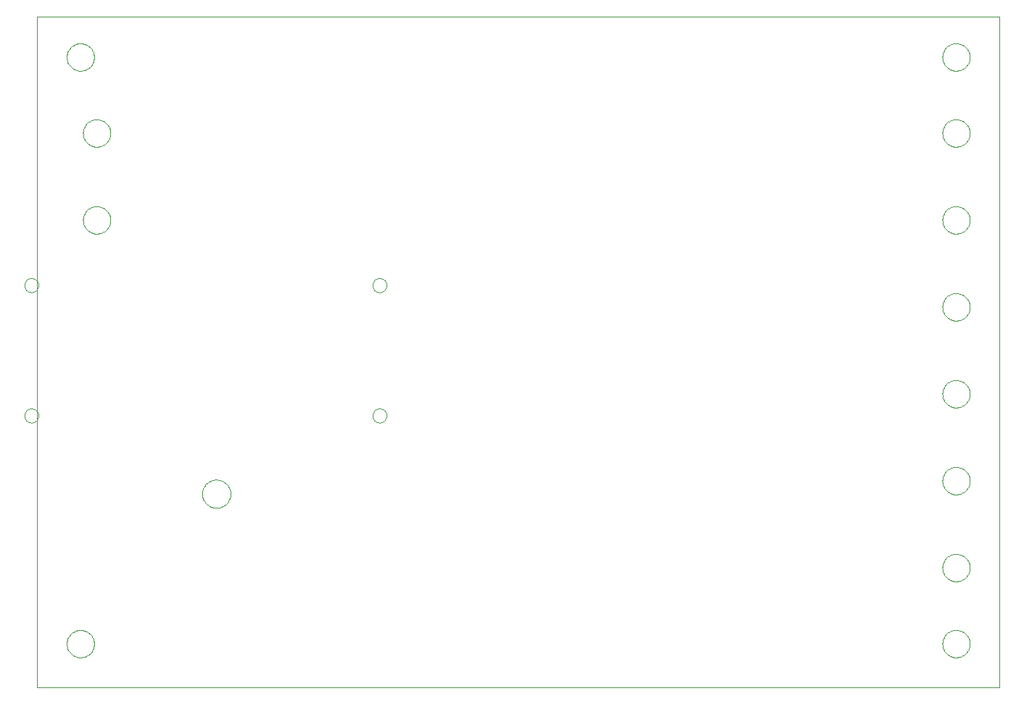
<source format=gko>
G75*
%MOIN*%
%OFA0B0*%
%FSLAX24Y24*%
%IPPOS*%
%LPD*%
%AMOC8*
5,1,8,0,0,1.08239X$1,22.5*
%
%ADD10C,0.0000*%
D10*
X002250Y000220D02*
X002250Y031090D01*
X046492Y031090D01*
X046492Y000220D01*
X002250Y000220D01*
X003620Y002220D02*
X003622Y002270D01*
X003628Y002320D01*
X003638Y002369D01*
X003652Y002417D01*
X003669Y002464D01*
X003690Y002509D01*
X003715Y002553D01*
X003743Y002594D01*
X003775Y002633D01*
X003809Y002670D01*
X003846Y002704D01*
X003886Y002734D01*
X003928Y002761D01*
X003972Y002785D01*
X004018Y002806D01*
X004065Y002822D01*
X004113Y002835D01*
X004163Y002844D01*
X004212Y002849D01*
X004263Y002850D01*
X004313Y002847D01*
X004362Y002840D01*
X004411Y002829D01*
X004459Y002814D01*
X004505Y002796D01*
X004550Y002774D01*
X004593Y002748D01*
X004634Y002719D01*
X004673Y002687D01*
X004709Y002652D01*
X004741Y002614D01*
X004771Y002574D01*
X004798Y002531D01*
X004821Y002487D01*
X004840Y002441D01*
X004856Y002393D01*
X004868Y002344D01*
X004876Y002295D01*
X004880Y002245D01*
X004880Y002195D01*
X004876Y002145D01*
X004868Y002096D01*
X004856Y002047D01*
X004840Y001999D01*
X004821Y001953D01*
X004798Y001909D01*
X004771Y001866D01*
X004741Y001826D01*
X004709Y001788D01*
X004673Y001753D01*
X004634Y001721D01*
X004593Y001692D01*
X004550Y001666D01*
X004505Y001644D01*
X004459Y001626D01*
X004411Y001611D01*
X004362Y001600D01*
X004313Y001593D01*
X004263Y001590D01*
X004212Y001591D01*
X004163Y001596D01*
X004113Y001605D01*
X004065Y001618D01*
X004018Y001634D01*
X003972Y001655D01*
X003928Y001679D01*
X003886Y001706D01*
X003846Y001736D01*
X003809Y001770D01*
X003775Y001807D01*
X003743Y001846D01*
X003715Y001887D01*
X003690Y001931D01*
X003669Y001976D01*
X003652Y002023D01*
X003638Y002071D01*
X003628Y002120D01*
X003622Y002170D01*
X003620Y002220D01*
X009850Y009120D02*
X009852Y009170D01*
X009858Y009220D01*
X009868Y009270D01*
X009881Y009318D01*
X009898Y009366D01*
X009919Y009412D01*
X009943Y009456D01*
X009971Y009498D01*
X010002Y009538D01*
X010036Y009575D01*
X010073Y009610D01*
X010112Y009641D01*
X010153Y009670D01*
X010197Y009695D01*
X010243Y009717D01*
X010290Y009735D01*
X010338Y009749D01*
X010387Y009760D01*
X010437Y009767D01*
X010487Y009770D01*
X010538Y009769D01*
X010588Y009764D01*
X010638Y009755D01*
X010686Y009743D01*
X010734Y009726D01*
X010780Y009706D01*
X010825Y009683D01*
X010868Y009656D01*
X010908Y009626D01*
X010946Y009593D01*
X010981Y009557D01*
X011014Y009518D01*
X011043Y009477D01*
X011069Y009434D01*
X011092Y009389D01*
X011111Y009342D01*
X011126Y009294D01*
X011138Y009245D01*
X011146Y009195D01*
X011150Y009145D01*
X011150Y009095D01*
X011146Y009045D01*
X011138Y008995D01*
X011126Y008946D01*
X011111Y008898D01*
X011092Y008851D01*
X011069Y008806D01*
X011043Y008763D01*
X011014Y008722D01*
X010981Y008683D01*
X010946Y008647D01*
X010908Y008614D01*
X010868Y008584D01*
X010825Y008557D01*
X010780Y008534D01*
X010734Y008514D01*
X010686Y008497D01*
X010638Y008485D01*
X010588Y008476D01*
X010538Y008471D01*
X010487Y008470D01*
X010437Y008473D01*
X010387Y008480D01*
X010338Y008491D01*
X010290Y008505D01*
X010243Y008523D01*
X010197Y008545D01*
X010153Y008570D01*
X010112Y008599D01*
X010073Y008630D01*
X010036Y008665D01*
X010002Y008702D01*
X009971Y008742D01*
X009943Y008784D01*
X009919Y008828D01*
X009898Y008874D01*
X009881Y008922D01*
X009868Y008970D01*
X009858Y009020D01*
X009852Y009070D01*
X009850Y009120D01*
X001675Y012720D02*
X001677Y012756D01*
X001683Y012791D01*
X001693Y012826D01*
X001706Y012859D01*
X001723Y012890D01*
X001744Y012920D01*
X001767Y012947D01*
X001793Y012971D01*
X001822Y012992D01*
X001853Y013010D01*
X001886Y013024D01*
X001920Y013035D01*
X001955Y013042D01*
X001991Y013045D01*
X002027Y013044D01*
X002062Y013039D01*
X002097Y013030D01*
X002131Y013018D01*
X002162Y013001D01*
X002192Y012982D01*
X002220Y012959D01*
X002245Y012933D01*
X002267Y012905D01*
X002286Y012875D01*
X002301Y012842D01*
X002313Y012808D01*
X002321Y012773D01*
X002325Y012738D01*
X002325Y012702D01*
X002321Y012667D01*
X002313Y012632D01*
X002301Y012598D01*
X002286Y012565D01*
X002267Y012535D01*
X002245Y012507D01*
X002220Y012481D01*
X002192Y012458D01*
X002163Y012439D01*
X002131Y012422D01*
X002097Y012410D01*
X002062Y012401D01*
X002027Y012396D01*
X001991Y012395D01*
X001955Y012398D01*
X001920Y012405D01*
X001886Y012416D01*
X001853Y012430D01*
X001822Y012448D01*
X001793Y012469D01*
X001767Y012493D01*
X001744Y012520D01*
X001723Y012550D01*
X001706Y012581D01*
X001693Y012614D01*
X001683Y012649D01*
X001677Y012684D01*
X001675Y012720D01*
X001675Y018720D02*
X001677Y018756D01*
X001683Y018791D01*
X001693Y018826D01*
X001706Y018859D01*
X001723Y018890D01*
X001744Y018920D01*
X001767Y018947D01*
X001793Y018971D01*
X001822Y018992D01*
X001853Y019010D01*
X001886Y019024D01*
X001920Y019035D01*
X001955Y019042D01*
X001991Y019045D01*
X002027Y019044D01*
X002062Y019039D01*
X002097Y019030D01*
X002131Y019018D01*
X002162Y019001D01*
X002192Y018982D01*
X002220Y018959D01*
X002245Y018933D01*
X002267Y018905D01*
X002286Y018875D01*
X002301Y018842D01*
X002313Y018808D01*
X002321Y018773D01*
X002325Y018738D01*
X002325Y018702D01*
X002321Y018667D01*
X002313Y018632D01*
X002301Y018598D01*
X002286Y018565D01*
X002267Y018535D01*
X002245Y018507D01*
X002220Y018481D01*
X002192Y018458D01*
X002163Y018439D01*
X002131Y018422D01*
X002097Y018410D01*
X002062Y018401D01*
X002027Y018396D01*
X001991Y018395D01*
X001955Y018398D01*
X001920Y018405D01*
X001886Y018416D01*
X001853Y018430D01*
X001822Y018448D01*
X001793Y018469D01*
X001767Y018493D01*
X001744Y018520D01*
X001723Y018550D01*
X001706Y018581D01*
X001693Y018614D01*
X001683Y018649D01*
X001677Y018684D01*
X001675Y018720D01*
X004370Y021720D02*
X004372Y021770D01*
X004378Y021820D01*
X004388Y021869D01*
X004402Y021917D01*
X004419Y021964D01*
X004440Y022009D01*
X004465Y022053D01*
X004493Y022094D01*
X004525Y022133D01*
X004559Y022170D01*
X004596Y022204D01*
X004636Y022234D01*
X004678Y022261D01*
X004722Y022285D01*
X004768Y022306D01*
X004815Y022322D01*
X004863Y022335D01*
X004913Y022344D01*
X004962Y022349D01*
X005013Y022350D01*
X005063Y022347D01*
X005112Y022340D01*
X005161Y022329D01*
X005209Y022314D01*
X005255Y022296D01*
X005300Y022274D01*
X005343Y022248D01*
X005384Y022219D01*
X005423Y022187D01*
X005459Y022152D01*
X005491Y022114D01*
X005521Y022074D01*
X005548Y022031D01*
X005571Y021987D01*
X005590Y021941D01*
X005606Y021893D01*
X005618Y021844D01*
X005626Y021795D01*
X005630Y021745D01*
X005630Y021695D01*
X005626Y021645D01*
X005618Y021596D01*
X005606Y021547D01*
X005590Y021499D01*
X005571Y021453D01*
X005548Y021409D01*
X005521Y021366D01*
X005491Y021326D01*
X005459Y021288D01*
X005423Y021253D01*
X005384Y021221D01*
X005343Y021192D01*
X005300Y021166D01*
X005255Y021144D01*
X005209Y021126D01*
X005161Y021111D01*
X005112Y021100D01*
X005063Y021093D01*
X005013Y021090D01*
X004962Y021091D01*
X004913Y021096D01*
X004863Y021105D01*
X004815Y021118D01*
X004768Y021134D01*
X004722Y021155D01*
X004678Y021179D01*
X004636Y021206D01*
X004596Y021236D01*
X004559Y021270D01*
X004525Y021307D01*
X004493Y021346D01*
X004465Y021387D01*
X004440Y021431D01*
X004419Y021476D01*
X004402Y021523D01*
X004388Y021571D01*
X004378Y021620D01*
X004372Y021670D01*
X004370Y021720D01*
X004370Y025720D02*
X004372Y025770D01*
X004378Y025820D01*
X004388Y025869D01*
X004402Y025917D01*
X004419Y025964D01*
X004440Y026009D01*
X004465Y026053D01*
X004493Y026094D01*
X004525Y026133D01*
X004559Y026170D01*
X004596Y026204D01*
X004636Y026234D01*
X004678Y026261D01*
X004722Y026285D01*
X004768Y026306D01*
X004815Y026322D01*
X004863Y026335D01*
X004913Y026344D01*
X004962Y026349D01*
X005013Y026350D01*
X005063Y026347D01*
X005112Y026340D01*
X005161Y026329D01*
X005209Y026314D01*
X005255Y026296D01*
X005300Y026274D01*
X005343Y026248D01*
X005384Y026219D01*
X005423Y026187D01*
X005459Y026152D01*
X005491Y026114D01*
X005521Y026074D01*
X005548Y026031D01*
X005571Y025987D01*
X005590Y025941D01*
X005606Y025893D01*
X005618Y025844D01*
X005626Y025795D01*
X005630Y025745D01*
X005630Y025695D01*
X005626Y025645D01*
X005618Y025596D01*
X005606Y025547D01*
X005590Y025499D01*
X005571Y025453D01*
X005548Y025409D01*
X005521Y025366D01*
X005491Y025326D01*
X005459Y025288D01*
X005423Y025253D01*
X005384Y025221D01*
X005343Y025192D01*
X005300Y025166D01*
X005255Y025144D01*
X005209Y025126D01*
X005161Y025111D01*
X005112Y025100D01*
X005063Y025093D01*
X005013Y025090D01*
X004962Y025091D01*
X004913Y025096D01*
X004863Y025105D01*
X004815Y025118D01*
X004768Y025134D01*
X004722Y025155D01*
X004678Y025179D01*
X004636Y025206D01*
X004596Y025236D01*
X004559Y025270D01*
X004525Y025307D01*
X004493Y025346D01*
X004465Y025387D01*
X004440Y025431D01*
X004419Y025476D01*
X004402Y025523D01*
X004388Y025571D01*
X004378Y025620D01*
X004372Y025670D01*
X004370Y025720D01*
X003620Y029220D02*
X003622Y029270D01*
X003628Y029320D01*
X003638Y029369D01*
X003652Y029417D01*
X003669Y029464D01*
X003690Y029509D01*
X003715Y029553D01*
X003743Y029594D01*
X003775Y029633D01*
X003809Y029670D01*
X003846Y029704D01*
X003886Y029734D01*
X003928Y029761D01*
X003972Y029785D01*
X004018Y029806D01*
X004065Y029822D01*
X004113Y029835D01*
X004163Y029844D01*
X004212Y029849D01*
X004263Y029850D01*
X004313Y029847D01*
X004362Y029840D01*
X004411Y029829D01*
X004459Y029814D01*
X004505Y029796D01*
X004550Y029774D01*
X004593Y029748D01*
X004634Y029719D01*
X004673Y029687D01*
X004709Y029652D01*
X004741Y029614D01*
X004771Y029574D01*
X004798Y029531D01*
X004821Y029487D01*
X004840Y029441D01*
X004856Y029393D01*
X004868Y029344D01*
X004876Y029295D01*
X004880Y029245D01*
X004880Y029195D01*
X004876Y029145D01*
X004868Y029096D01*
X004856Y029047D01*
X004840Y028999D01*
X004821Y028953D01*
X004798Y028909D01*
X004771Y028866D01*
X004741Y028826D01*
X004709Y028788D01*
X004673Y028753D01*
X004634Y028721D01*
X004593Y028692D01*
X004550Y028666D01*
X004505Y028644D01*
X004459Y028626D01*
X004411Y028611D01*
X004362Y028600D01*
X004313Y028593D01*
X004263Y028590D01*
X004212Y028591D01*
X004163Y028596D01*
X004113Y028605D01*
X004065Y028618D01*
X004018Y028634D01*
X003972Y028655D01*
X003928Y028679D01*
X003886Y028706D01*
X003846Y028736D01*
X003809Y028770D01*
X003775Y028807D01*
X003743Y028846D01*
X003715Y028887D01*
X003690Y028931D01*
X003669Y028976D01*
X003652Y029023D01*
X003638Y029071D01*
X003628Y029120D01*
X003622Y029170D01*
X003620Y029220D01*
X017675Y018720D02*
X017677Y018756D01*
X017683Y018791D01*
X017693Y018826D01*
X017706Y018859D01*
X017723Y018890D01*
X017744Y018920D01*
X017767Y018947D01*
X017793Y018971D01*
X017822Y018992D01*
X017853Y019010D01*
X017886Y019024D01*
X017920Y019035D01*
X017955Y019042D01*
X017991Y019045D01*
X018027Y019044D01*
X018062Y019039D01*
X018097Y019030D01*
X018131Y019018D01*
X018162Y019001D01*
X018192Y018982D01*
X018220Y018959D01*
X018245Y018933D01*
X018267Y018905D01*
X018286Y018875D01*
X018301Y018842D01*
X018313Y018808D01*
X018321Y018773D01*
X018325Y018738D01*
X018325Y018702D01*
X018321Y018667D01*
X018313Y018632D01*
X018301Y018598D01*
X018286Y018565D01*
X018267Y018535D01*
X018245Y018507D01*
X018220Y018481D01*
X018192Y018458D01*
X018163Y018439D01*
X018131Y018422D01*
X018097Y018410D01*
X018062Y018401D01*
X018027Y018396D01*
X017991Y018395D01*
X017955Y018398D01*
X017920Y018405D01*
X017886Y018416D01*
X017853Y018430D01*
X017822Y018448D01*
X017793Y018469D01*
X017767Y018493D01*
X017744Y018520D01*
X017723Y018550D01*
X017706Y018581D01*
X017693Y018614D01*
X017683Y018649D01*
X017677Y018684D01*
X017675Y018720D01*
X017675Y012720D02*
X017677Y012756D01*
X017683Y012791D01*
X017693Y012826D01*
X017706Y012859D01*
X017723Y012890D01*
X017744Y012920D01*
X017767Y012947D01*
X017793Y012971D01*
X017822Y012992D01*
X017853Y013010D01*
X017886Y013024D01*
X017920Y013035D01*
X017955Y013042D01*
X017991Y013045D01*
X018027Y013044D01*
X018062Y013039D01*
X018097Y013030D01*
X018131Y013018D01*
X018162Y013001D01*
X018192Y012982D01*
X018220Y012959D01*
X018245Y012933D01*
X018267Y012905D01*
X018286Y012875D01*
X018301Y012842D01*
X018313Y012808D01*
X018321Y012773D01*
X018325Y012738D01*
X018325Y012702D01*
X018321Y012667D01*
X018313Y012632D01*
X018301Y012598D01*
X018286Y012565D01*
X018267Y012535D01*
X018245Y012507D01*
X018220Y012481D01*
X018192Y012458D01*
X018163Y012439D01*
X018131Y012422D01*
X018097Y012410D01*
X018062Y012401D01*
X018027Y012396D01*
X017991Y012395D01*
X017955Y012398D01*
X017920Y012405D01*
X017886Y012416D01*
X017853Y012430D01*
X017822Y012448D01*
X017793Y012469D01*
X017767Y012493D01*
X017744Y012520D01*
X017723Y012550D01*
X017706Y012581D01*
X017693Y012614D01*
X017683Y012649D01*
X017677Y012684D01*
X017675Y012720D01*
X043870Y013720D02*
X043872Y013770D01*
X043878Y013820D01*
X043888Y013869D01*
X043902Y013917D01*
X043919Y013964D01*
X043940Y014009D01*
X043965Y014053D01*
X043993Y014094D01*
X044025Y014133D01*
X044059Y014170D01*
X044096Y014204D01*
X044136Y014234D01*
X044178Y014261D01*
X044222Y014285D01*
X044268Y014306D01*
X044315Y014322D01*
X044363Y014335D01*
X044413Y014344D01*
X044462Y014349D01*
X044513Y014350D01*
X044563Y014347D01*
X044612Y014340D01*
X044661Y014329D01*
X044709Y014314D01*
X044755Y014296D01*
X044800Y014274D01*
X044843Y014248D01*
X044884Y014219D01*
X044923Y014187D01*
X044959Y014152D01*
X044991Y014114D01*
X045021Y014074D01*
X045048Y014031D01*
X045071Y013987D01*
X045090Y013941D01*
X045106Y013893D01*
X045118Y013844D01*
X045126Y013795D01*
X045130Y013745D01*
X045130Y013695D01*
X045126Y013645D01*
X045118Y013596D01*
X045106Y013547D01*
X045090Y013499D01*
X045071Y013453D01*
X045048Y013409D01*
X045021Y013366D01*
X044991Y013326D01*
X044959Y013288D01*
X044923Y013253D01*
X044884Y013221D01*
X044843Y013192D01*
X044800Y013166D01*
X044755Y013144D01*
X044709Y013126D01*
X044661Y013111D01*
X044612Y013100D01*
X044563Y013093D01*
X044513Y013090D01*
X044462Y013091D01*
X044413Y013096D01*
X044363Y013105D01*
X044315Y013118D01*
X044268Y013134D01*
X044222Y013155D01*
X044178Y013179D01*
X044136Y013206D01*
X044096Y013236D01*
X044059Y013270D01*
X044025Y013307D01*
X043993Y013346D01*
X043965Y013387D01*
X043940Y013431D01*
X043919Y013476D01*
X043902Y013523D01*
X043888Y013571D01*
X043878Y013620D01*
X043872Y013670D01*
X043870Y013720D01*
X043870Y009720D02*
X043872Y009770D01*
X043878Y009820D01*
X043888Y009869D01*
X043902Y009917D01*
X043919Y009964D01*
X043940Y010009D01*
X043965Y010053D01*
X043993Y010094D01*
X044025Y010133D01*
X044059Y010170D01*
X044096Y010204D01*
X044136Y010234D01*
X044178Y010261D01*
X044222Y010285D01*
X044268Y010306D01*
X044315Y010322D01*
X044363Y010335D01*
X044413Y010344D01*
X044462Y010349D01*
X044513Y010350D01*
X044563Y010347D01*
X044612Y010340D01*
X044661Y010329D01*
X044709Y010314D01*
X044755Y010296D01*
X044800Y010274D01*
X044843Y010248D01*
X044884Y010219D01*
X044923Y010187D01*
X044959Y010152D01*
X044991Y010114D01*
X045021Y010074D01*
X045048Y010031D01*
X045071Y009987D01*
X045090Y009941D01*
X045106Y009893D01*
X045118Y009844D01*
X045126Y009795D01*
X045130Y009745D01*
X045130Y009695D01*
X045126Y009645D01*
X045118Y009596D01*
X045106Y009547D01*
X045090Y009499D01*
X045071Y009453D01*
X045048Y009409D01*
X045021Y009366D01*
X044991Y009326D01*
X044959Y009288D01*
X044923Y009253D01*
X044884Y009221D01*
X044843Y009192D01*
X044800Y009166D01*
X044755Y009144D01*
X044709Y009126D01*
X044661Y009111D01*
X044612Y009100D01*
X044563Y009093D01*
X044513Y009090D01*
X044462Y009091D01*
X044413Y009096D01*
X044363Y009105D01*
X044315Y009118D01*
X044268Y009134D01*
X044222Y009155D01*
X044178Y009179D01*
X044136Y009206D01*
X044096Y009236D01*
X044059Y009270D01*
X044025Y009307D01*
X043993Y009346D01*
X043965Y009387D01*
X043940Y009431D01*
X043919Y009476D01*
X043902Y009523D01*
X043888Y009571D01*
X043878Y009620D01*
X043872Y009670D01*
X043870Y009720D01*
X043870Y005720D02*
X043872Y005770D01*
X043878Y005820D01*
X043888Y005869D01*
X043902Y005917D01*
X043919Y005964D01*
X043940Y006009D01*
X043965Y006053D01*
X043993Y006094D01*
X044025Y006133D01*
X044059Y006170D01*
X044096Y006204D01*
X044136Y006234D01*
X044178Y006261D01*
X044222Y006285D01*
X044268Y006306D01*
X044315Y006322D01*
X044363Y006335D01*
X044413Y006344D01*
X044462Y006349D01*
X044513Y006350D01*
X044563Y006347D01*
X044612Y006340D01*
X044661Y006329D01*
X044709Y006314D01*
X044755Y006296D01*
X044800Y006274D01*
X044843Y006248D01*
X044884Y006219D01*
X044923Y006187D01*
X044959Y006152D01*
X044991Y006114D01*
X045021Y006074D01*
X045048Y006031D01*
X045071Y005987D01*
X045090Y005941D01*
X045106Y005893D01*
X045118Y005844D01*
X045126Y005795D01*
X045130Y005745D01*
X045130Y005695D01*
X045126Y005645D01*
X045118Y005596D01*
X045106Y005547D01*
X045090Y005499D01*
X045071Y005453D01*
X045048Y005409D01*
X045021Y005366D01*
X044991Y005326D01*
X044959Y005288D01*
X044923Y005253D01*
X044884Y005221D01*
X044843Y005192D01*
X044800Y005166D01*
X044755Y005144D01*
X044709Y005126D01*
X044661Y005111D01*
X044612Y005100D01*
X044563Y005093D01*
X044513Y005090D01*
X044462Y005091D01*
X044413Y005096D01*
X044363Y005105D01*
X044315Y005118D01*
X044268Y005134D01*
X044222Y005155D01*
X044178Y005179D01*
X044136Y005206D01*
X044096Y005236D01*
X044059Y005270D01*
X044025Y005307D01*
X043993Y005346D01*
X043965Y005387D01*
X043940Y005431D01*
X043919Y005476D01*
X043902Y005523D01*
X043888Y005571D01*
X043878Y005620D01*
X043872Y005670D01*
X043870Y005720D01*
X043870Y002220D02*
X043872Y002270D01*
X043878Y002320D01*
X043888Y002369D01*
X043902Y002417D01*
X043919Y002464D01*
X043940Y002509D01*
X043965Y002553D01*
X043993Y002594D01*
X044025Y002633D01*
X044059Y002670D01*
X044096Y002704D01*
X044136Y002734D01*
X044178Y002761D01*
X044222Y002785D01*
X044268Y002806D01*
X044315Y002822D01*
X044363Y002835D01*
X044413Y002844D01*
X044462Y002849D01*
X044513Y002850D01*
X044563Y002847D01*
X044612Y002840D01*
X044661Y002829D01*
X044709Y002814D01*
X044755Y002796D01*
X044800Y002774D01*
X044843Y002748D01*
X044884Y002719D01*
X044923Y002687D01*
X044959Y002652D01*
X044991Y002614D01*
X045021Y002574D01*
X045048Y002531D01*
X045071Y002487D01*
X045090Y002441D01*
X045106Y002393D01*
X045118Y002344D01*
X045126Y002295D01*
X045130Y002245D01*
X045130Y002195D01*
X045126Y002145D01*
X045118Y002096D01*
X045106Y002047D01*
X045090Y001999D01*
X045071Y001953D01*
X045048Y001909D01*
X045021Y001866D01*
X044991Y001826D01*
X044959Y001788D01*
X044923Y001753D01*
X044884Y001721D01*
X044843Y001692D01*
X044800Y001666D01*
X044755Y001644D01*
X044709Y001626D01*
X044661Y001611D01*
X044612Y001600D01*
X044563Y001593D01*
X044513Y001590D01*
X044462Y001591D01*
X044413Y001596D01*
X044363Y001605D01*
X044315Y001618D01*
X044268Y001634D01*
X044222Y001655D01*
X044178Y001679D01*
X044136Y001706D01*
X044096Y001736D01*
X044059Y001770D01*
X044025Y001807D01*
X043993Y001846D01*
X043965Y001887D01*
X043940Y001931D01*
X043919Y001976D01*
X043902Y002023D01*
X043888Y002071D01*
X043878Y002120D01*
X043872Y002170D01*
X043870Y002220D01*
X043870Y017720D02*
X043872Y017770D01*
X043878Y017820D01*
X043888Y017869D01*
X043902Y017917D01*
X043919Y017964D01*
X043940Y018009D01*
X043965Y018053D01*
X043993Y018094D01*
X044025Y018133D01*
X044059Y018170D01*
X044096Y018204D01*
X044136Y018234D01*
X044178Y018261D01*
X044222Y018285D01*
X044268Y018306D01*
X044315Y018322D01*
X044363Y018335D01*
X044413Y018344D01*
X044462Y018349D01*
X044513Y018350D01*
X044563Y018347D01*
X044612Y018340D01*
X044661Y018329D01*
X044709Y018314D01*
X044755Y018296D01*
X044800Y018274D01*
X044843Y018248D01*
X044884Y018219D01*
X044923Y018187D01*
X044959Y018152D01*
X044991Y018114D01*
X045021Y018074D01*
X045048Y018031D01*
X045071Y017987D01*
X045090Y017941D01*
X045106Y017893D01*
X045118Y017844D01*
X045126Y017795D01*
X045130Y017745D01*
X045130Y017695D01*
X045126Y017645D01*
X045118Y017596D01*
X045106Y017547D01*
X045090Y017499D01*
X045071Y017453D01*
X045048Y017409D01*
X045021Y017366D01*
X044991Y017326D01*
X044959Y017288D01*
X044923Y017253D01*
X044884Y017221D01*
X044843Y017192D01*
X044800Y017166D01*
X044755Y017144D01*
X044709Y017126D01*
X044661Y017111D01*
X044612Y017100D01*
X044563Y017093D01*
X044513Y017090D01*
X044462Y017091D01*
X044413Y017096D01*
X044363Y017105D01*
X044315Y017118D01*
X044268Y017134D01*
X044222Y017155D01*
X044178Y017179D01*
X044136Y017206D01*
X044096Y017236D01*
X044059Y017270D01*
X044025Y017307D01*
X043993Y017346D01*
X043965Y017387D01*
X043940Y017431D01*
X043919Y017476D01*
X043902Y017523D01*
X043888Y017571D01*
X043878Y017620D01*
X043872Y017670D01*
X043870Y017720D01*
X043870Y021720D02*
X043872Y021770D01*
X043878Y021820D01*
X043888Y021869D01*
X043902Y021917D01*
X043919Y021964D01*
X043940Y022009D01*
X043965Y022053D01*
X043993Y022094D01*
X044025Y022133D01*
X044059Y022170D01*
X044096Y022204D01*
X044136Y022234D01*
X044178Y022261D01*
X044222Y022285D01*
X044268Y022306D01*
X044315Y022322D01*
X044363Y022335D01*
X044413Y022344D01*
X044462Y022349D01*
X044513Y022350D01*
X044563Y022347D01*
X044612Y022340D01*
X044661Y022329D01*
X044709Y022314D01*
X044755Y022296D01*
X044800Y022274D01*
X044843Y022248D01*
X044884Y022219D01*
X044923Y022187D01*
X044959Y022152D01*
X044991Y022114D01*
X045021Y022074D01*
X045048Y022031D01*
X045071Y021987D01*
X045090Y021941D01*
X045106Y021893D01*
X045118Y021844D01*
X045126Y021795D01*
X045130Y021745D01*
X045130Y021695D01*
X045126Y021645D01*
X045118Y021596D01*
X045106Y021547D01*
X045090Y021499D01*
X045071Y021453D01*
X045048Y021409D01*
X045021Y021366D01*
X044991Y021326D01*
X044959Y021288D01*
X044923Y021253D01*
X044884Y021221D01*
X044843Y021192D01*
X044800Y021166D01*
X044755Y021144D01*
X044709Y021126D01*
X044661Y021111D01*
X044612Y021100D01*
X044563Y021093D01*
X044513Y021090D01*
X044462Y021091D01*
X044413Y021096D01*
X044363Y021105D01*
X044315Y021118D01*
X044268Y021134D01*
X044222Y021155D01*
X044178Y021179D01*
X044136Y021206D01*
X044096Y021236D01*
X044059Y021270D01*
X044025Y021307D01*
X043993Y021346D01*
X043965Y021387D01*
X043940Y021431D01*
X043919Y021476D01*
X043902Y021523D01*
X043888Y021571D01*
X043878Y021620D01*
X043872Y021670D01*
X043870Y021720D01*
X043870Y025720D02*
X043872Y025770D01*
X043878Y025820D01*
X043888Y025869D01*
X043902Y025917D01*
X043919Y025964D01*
X043940Y026009D01*
X043965Y026053D01*
X043993Y026094D01*
X044025Y026133D01*
X044059Y026170D01*
X044096Y026204D01*
X044136Y026234D01*
X044178Y026261D01*
X044222Y026285D01*
X044268Y026306D01*
X044315Y026322D01*
X044363Y026335D01*
X044413Y026344D01*
X044462Y026349D01*
X044513Y026350D01*
X044563Y026347D01*
X044612Y026340D01*
X044661Y026329D01*
X044709Y026314D01*
X044755Y026296D01*
X044800Y026274D01*
X044843Y026248D01*
X044884Y026219D01*
X044923Y026187D01*
X044959Y026152D01*
X044991Y026114D01*
X045021Y026074D01*
X045048Y026031D01*
X045071Y025987D01*
X045090Y025941D01*
X045106Y025893D01*
X045118Y025844D01*
X045126Y025795D01*
X045130Y025745D01*
X045130Y025695D01*
X045126Y025645D01*
X045118Y025596D01*
X045106Y025547D01*
X045090Y025499D01*
X045071Y025453D01*
X045048Y025409D01*
X045021Y025366D01*
X044991Y025326D01*
X044959Y025288D01*
X044923Y025253D01*
X044884Y025221D01*
X044843Y025192D01*
X044800Y025166D01*
X044755Y025144D01*
X044709Y025126D01*
X044661Y025111D01*
X044612Y025100D01*
X044563Y025093D01*
X044513Y025090D01*
X044462Y025091D01*
X044413Y025096D01*
X044363Y025105D01*
X044315Y025118D01*
X044268Y025134D01*
X044222Y025155D01*
X044178Y025179D01*
X044136Y025206D01*
X044096Y025236D01*
X044059Y025270D01*
X044025Y025307D01*
X043993Y025346D01*
X043965Y025387D01*
X043940Y025431D01*
X043919Y025476D01*
X043902Y025523D01*
X043888Y025571D01*
X043878Y025620D01*
X043872Y025670D01*
X043870Y025720D01*
X043870Y029220D02*
X043872Y029270D01*
X043878Y029320D01*
X043888Y029369D01*
X043902Y029417D01*
X043919Y029464D01*
X043940Y029509D01*
X043965Y029553D01*
X043993Y029594D01*
X044025Y029633D01*
X044059Y029670D01*
X044096Y029704D01*
X044136Y029734D01*
X044178Y029761D01*
X044222Y029785D01*
X044268Y029806D01*
X044315Y029822D01*
X044363Y029835D01*
X044413Y029844D01*
X044462Y029849D01*
X044513Y029850D01*
X044563Y029847D01*
X044612Y029840D01*
X044661Y029829D01*
X044709Y029814D01*
X044755Y029796D01*
X044800Y029774D01*
X044843Y029748D01*
X044884Y029719D01*
X044923Y029687D01*
X044959Y029652D01*
X044991Y029614D01*
X045021Y029574D01*
X045048Y029531D01*
X045071Y029487D01*
X045090Y029441D01*
X045106Y029393D01*
X045118Y029344D01*
X045126Y029295D01*
X045130Y029245D01*
X045130Y029195D01*
X045126Y029145D01*
X045118Y029096D01*
X045106Y029047D01*
X045090Y028999D01*
X045071Y028953D01*
X045048Y028909D01*
X045021Y028866D01*
X044991Y028826D01*
X044959Y028788D01*
X044923Y028753D01*
X044884Y028721D01*
X044843Y028692D01*
X044800Y028666D01*
X044755Y028644D01*
X044709Y028626D01*
X044661Y028611D01*
X044612Y028600D01*
X044563Y028593D01*
X044513Y028590D01*
X044462Y028591D01*
X044413Y028596D01*
X044363Y028605D01*
X044315Y028618D01*
X044268Y028634D01*
X044222Y028655D01*
X044178Y028679D01*
X044136Y028706D01*
X044096Y028736D01*
X044059Y028770D01*
X044025Y028807D01*
X043993Y028846D01*
X043965Y028887D01*
X043940Y028931D01*
X043919Y028976D01*
X043902Y029023D01*
X043888Y029071D01*
X043878Y029120D01*
X043872Y029170D01*
X043870Y029220D01*
M02*

</source>
